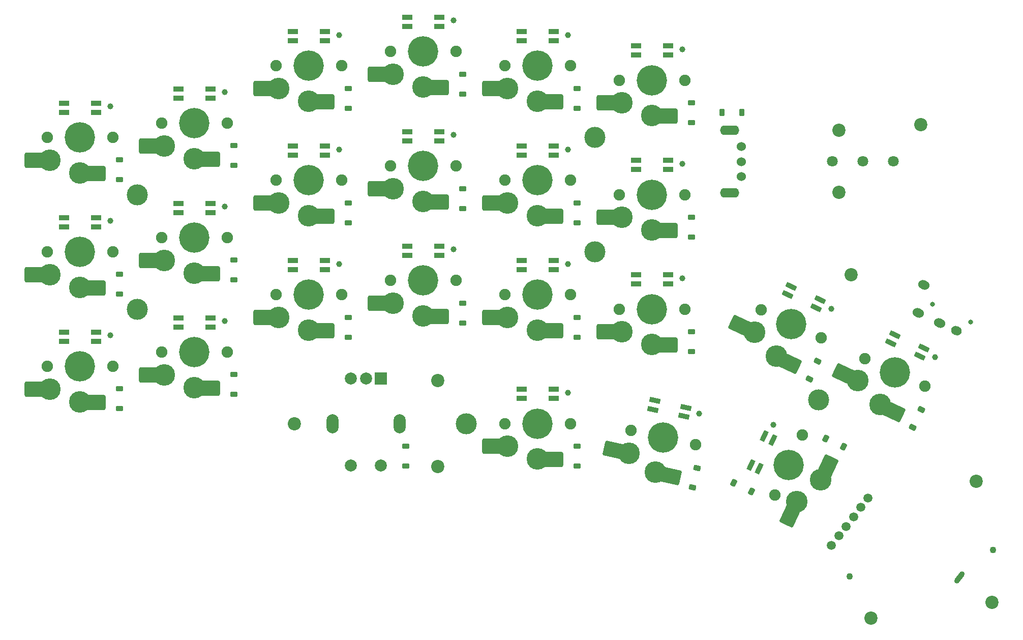
<source format=gbr>
%TF.GenerationSoftware,KiCad,Pcbnew,7.0.5*%
%TF.CreationDate,2024-03-19T12:27:36+08:00*%
%TF.ProjectId,Prime52left,5072696d-6535-4326-9c65-66742e6b6963,rev?*%
%TF.SameCoordinates,Original*%
%TF.FileFunction,Soldermask,Bot*%
%TF.FilePolarity,Negative*%
%FSLAX46Y46*%
G04 Gerber Fmt 4.6, Leading zero omitted, Abs format (unit mm)*
G04 Created by KiCad (PCBNEW 7.0.5) date 2024-03-19 12:27:36*
%MOMM*%
%LPD*%
G01*
G04 APERTURE LIST*
G04 Aperture macros list*
%AMRoundRect*
0 Rectangle with rounded corners*
0 $1 Rounding radius*
0 $2 $3 $4 $5 $6 $7 $8 $9 X,Y pos of 4 corners*
0 Add a 4 corners polygon primitive as box body*
4,1,4,$2,$3,$4,$5,$6,$7,$8,$9,$2,$3,0*
0 Add four circle primitives for the rounded corners*
1,1,$1+$1,$2,$3*
1,1,$1+$1,$4,$5*
1,1,$1+$1,$6,$7*
1,1,$1+$1,$8,$9*
0 Add four rect primitives between the rounded corners*
20,1,$1+$1,$2,$3,$4,$5,0*
20,1,$1+$1,$4,$5,$6,$7,0*
20,1,$1+$1,$6,$7,$8,$9,0*
20,1,$1+$1,$8,$9,$2,$3,0*%
%AMHorizOval*
0 Thick line with rounded ends*
0 $1 width*
0 $2 $3 position (X,Y) of the first rounded end (center of the circle)*
0 $4 $5 position (X,Y) of the second rounded end (center of the circle)*
0 Add line between two ends*
20,1,$1,$2,$3,$4,$5,0*
0 Add two circle primitives to create the rounded ends*
1,1,$1,$2,$3*
1,1,$1,$4,$5*%
%AMRotRect*
0 Rectangle, with rotation*
0 The origin of the aperture is its center*
0 $1 length*
0 $2 width*
0 $3 Rotation angle, in degrees counterclockwise*
0 Add horizontal line*
21,1,$1,$2,0,0,$3*%
G04 Aperture macros list end*
%ADD10C,3.500000*%
%ADD11C,1.900000*%
%ADD12C,1.000000*%
%ADD13C,5.050000*%
%ADD14RoundRect,0.250000X1.940684X0.198422X-1.095447X1.614193X-1.940684X-0.198422X1.095447X-1.614193X0*%
%ADD15C,3.600000*%
%ADD16C,2.200000*%
%ADD17RoundRect,0.250000X1.675000X1.000000X-1.675000X1.000000X-1.675000X-1.000000X1.675000X-1.000000X0*%
%ADD18C,1.800000*%
%ADD19RoundRect,0.250000X-0.198422X1.940684X-1.614193X-1.095447X0.198422X-1.940684X1.614193X1.095447X0*%
%ADD20RoundRect,0.250000X1.851735X0.613760X-1.418856X1.338832X-1.851735X-0.613760X1.418856X-1.338832X0*%
%ADD21O,3.200000X1.600000*%
%ADD22C,1.524000*%
%ADD23O,2.000000X3.200000*%
%ADD24R,2.000000X2.000000*%
%ADD25C,2.000000*%
%ADD26C,1.100000*%
%ADD27HorizOval,0.900000X-0.426133X-0.555347X0.426133X0.555347X0*%
%ADD28C,1.500000*%
%ADD29C,0.800000*%
%ADD30HorizOval,1.500000X-0.181262X0.084524X0.181262X-0.084524X0*%
%ADD31HorizOval,1.500000X-0.135946X0.063393X0.135946X-0.063393X0*%
%ADD32RoundRect,0.225000X-0.375000X0.225000X-0.375000X-0.225000X0.375000X-0.225000X0.375000X0.225000X0*%
%ADD33R,1.800000X0.820000*%
%ADD34RoundRect,0.225000X-0.362401X-0.244776X0.045437X-0.434955X0.362401X0.244776X-0.045437X0.434955X0*%
%ADD35RotRect,1.800000X0.820000X335.000000*%
%ADD36RoundRect,0.225000X-0.317412X0.300831X-0.414810X-0.138502X0.317412X-0.300831X0.414810X0.138502X0*%
%ADD37RotRect,1.800000X0.820000X65.000000*%
%ADD38RoundRect,0.225000X-0.244776X0.362401X-0.434955X-0.045437X0.244776X-0.362401X0.434955X0.045437X0*%
%ADD39RotRect,1.800000X0.820000X347.500000*%
%ADD40RoundRect,0.225000X-0.225000X-0.375000X0.225000X-0.375000X0.225000X0.375000X-0.225000X0.375000X0*%
G04 APERTURE END LIST*
D10*
%TO.C,H7*%
X108339000Y-136520000D03*
%TD*%
D11*
%TO.C,K25*%
X184708000Y-130329000D03*
D12*
X186431330Y-125450206D03*
D13*
X179723307Y-128004600D03*
D11*
X174738614Y-125680200D03*
D14*
X179317421Y-134435600D03*
D15*
X177229859Y-133351816D03*
X173585819Y-129335478D03*
D14*
X171455995Y-128342325D03*
%TD*%
D16*
%TO.C,U1*%
X184079467Y-86803428D03*
X172433798Y-111777645D03*
%TD*%
D11*
%TO.C,K4*%
X68595000Y-86514000D03*
D12*
X68095000Y-81364000D03*
D13*
X63095000Y-86514000D03*
D11*
X57595000Y-86514000D03*
D17*
X65445000Y-92514000D03*
D15*
X63095000Y-92414000D03*
X58095000Y-90314000D03*
D17*
X55745000Y-90314000D03*
%TD*%
D10*
%TO.C,H9*%
X53570000Y-98420000D03*
%TD*%
D11*
%TO.C,K20*%
X144795000Y-98420000D03*
D12*
X144295000Y-93270000D03*
D13*
X139295000Y-98420000D03*
D11*
X133795000Y-98420000D03*
D17*
X141645000Y-104420000D03*
D15*
X139295000Y-104320000D03*
X134295000Y-102220000D03*
D17*
X131945000Y-102220000D03*
%TD*%
D11*
%TO.C,K3*%
X49545000Y-126995000D03*
D12*
X49045000Y-121845000D03*
D13*
X44045000Y-126995000D03*
D11*
X38545000Y-126995000D03*
D17*
X46395000Y-132995000D03*
D15*
X44045000Y-132895000D03*
X39045000Y-130795000D03*
D17*
X36695000Y-130795000D03*
%TD*%
D11*
%TO.C,K10*%
X87645000Y-115089000D03*
D12*
X87145000Y-109939000D03*
D13*
X82145000Y-115089000D03*
D11*
X76645000Y-115089000D03*
D17*
X84495000Y-121089000D03*
D15*
X82145000Y-120989000D03*
X77145000Y-118889000D03*
D17*
X74795000Y-118889000D03*
%TD*%
D16*
%TO.C,H3*%
X103577000Y-143664000D03*
%TD*%
D18*
%TO.C,K23*%
X169340000Y-92895000D03*
X174420000Y-92895000D03*
X179500000Y-92895000D03*
%TD*%
D11*
%TO.C,K24*%
X167443000Y-122278000D03*
D12*
X169166330Y-117399206D03*
D13*
X162458307Y-119953600D03*
D11*
X157473614Y-117629200D03*
D14*
X162052421Y-126384600D03*
D15*
X159964859Y-125300816D03*
X156320819Y-121284478D03*
D14*
X154190995Y-120291325D03*
%TD*%
D11*
%TO.C,K22*%
X164357800Y-138417614D03*
D12*
X159479006Y-136694284D03*
D13*
X162033400Y-143402307D03*
D11*
X159709000Y-148387000D03*
D19*
X168464400Y-143808193D03*
D15*
X167380616Y-145895755D03*
X163364278Y-149539795D03*
D19*
X162371125Y-151669619D03*
%TD*%
D11*
%TO.C,K18*%
X146500772Y-139997692D03*
D12*
X147127288Y-134861548D03*
D13*
X141131144Y-138807274D03*
D11*
X135761516Y-137616856D03*
D20*
X142126802Y-145173683D03*
D15*
X139854150Y-144567420D03*
X135427193Y-141435001D03*
D20*
X133132898Y-140926368D03*
%TD*%
D11*
%TO.C,K12*%
X106695000Y-74607000D03*
D12*
X106195000Y-69457000D03*
D13*
X101195000Y-74607000D03*
D11*
X95695000Y-74607000D03*
D17*
X103545000Y-80607000D03*
D15*
X101195000Y-80507000D03*
X96195000Y-78407000D03*
D17*
X93845000Y-78407000D03*
%TD*%
D10*
%TO.C,H13*%
X167066000Y-132611000D03*
%TD*%
D21*
%TO.C,RE1*%
X152170000Y-87695000D03*
X152170000Y-98095000D03*
D16*
X170395000Y-87720000D03*
X170395000Y-98070000D03*
D22*
X154170000Y-90435000D03*
X154170000Y-95435000D03*
X154170000Y-92935000D03*
%TD*%
D16*
%TO.C,H1*%
X79763000Y-136520000D03*
%TD*%
D11*
%TO.C,K15*%
X125745000Y-76989000D03*
D12*
X125245000Y-71839000D03*
D13*
X120245000Y-76989000D03*
D11*
X114745000Y-76989000D03*
D17*
X122595000Y-82989000D03*
D15*
X120245000Y-82889000D03*
X115245000Y-80789000D03*
D17*
X112895000Y-80789000D03*
%TD*%
D11*
%TO.C,K9*%
X87645000Y-96039000D03*
D12*
X87145000Y-90889000D03*
D13*
X82145000Y-96039000D03*
D11*
X76645000Y-96039000D03*
D17*
X84495000Y-102039000D03*
D15*
X82145000Y-101939000D03*
X77145000Y-99839000D03*
D17*
X74795000Y-99839000D03*
%TD*%
D23*
%TO.C,K7*%
X97270000Y-136520000D03*
X86070000Y-136520000D03*
D24*
X94170000Y-129020000D03*
D25*
X89170000Y-129020000D03*
X91670000Y-129020000D03*
X89170000Y-143520000D03*
X94170000Y-143520000D03*
%TD*%
D11*
%TO.C,K6*%
X68595000Y-124614000D03*
D12*
X68095000Y-119464000D03*
D13*
X63095000Y-124614000D03*
D11*
X57595000Y-124614000D03*
D17*
X65445000Y-130614000D03*
D15*
X63095000Y-130514000D03*
X58095000Y-128414000D03*
D17*
X55745000Y-128414000D03*
%TD*%
D11*
%TO.C,K17*%
X125745000Y-115089000D03*
D12*
X125245000Y-109939000D03*
D13*
X120245000Y-115089000D03*
D11*
X114745000Y-115089000D03*
D17*
X122595000Y-121089000D03*
D15*
X120245000Y-120989000D03*
X115245000Y-118889000D03*
D17*
X112895000Y-118889000D03*
%TD*%
D11*
%TO.C,K21*%
X144795000Y-117470000D03*
D12*
X144295000Y-112320000D03*
D13*
X139295000Y-117470000D03*
D11*
X133795000Y-117470000D03*
D17*
X141645000Y-123470000D03*
D15*
X139295000Y-123370000D03*
X134295000Y-121270000D03*
D17*
X131945000Y-121270000D03*
%TD*%
D11*
%TO.C,K1*%
X49545000Y-88895000D03*
D12*
X49045000Y-83745000D03*
D13*
X44045000Y-88895000D03*
D11*
X38545000Y-88895000D03*
D17*
X46395000Y-94895000D03*
D15*
X44045000Y-94795000D03*
X39045000Y-92695000D03*
D17*
X36695000Y-92695000D03*
%TD*%
D11*
%TO.C,K19*%
X144795000Y-79370000D03*
D12*
X144295000Y-74220000D03*
D13*
X139295000Y-79370000D03*
D11*
X133795000Y-79370000D03*
D17*
X141645000Y-85370000D03*
D15*
X139295000Y-85270000D03*
X134295000Y-83170000D03*
D17*
X131945000Y-83170000D03*
%TD*%
D11*
%TO.C,K16*%
X125745000Y-96039000D03*
D12*
X125245000Y-90889000D03*
D13*
X120245000Y-96039000D03*
D11*
X114745000Y-96039000D03*
D17*
X122595000Y-102039000D03*
D15*
X120245000Y-101939000D03*
X115245000Y-99839000D03*
D17*
X112895000Y-99839000D03*
%TD*%
D11*
%TO.C,K2*%
X49545000Y-107945000D03*
D12*
X49045000Y-102795000D03*
D13*
X44045000Y-107945000D03*
D11*
X38545000Y-107945000D03*
D17*
X46395000Y-113945000D03*
D15*
X44045000Y-113845000D03*
X39045000Y-111745000D03*
D17*
X36695000Y-111745000D03*
%TD*%
D11*
%TO.C,K5*%
X68595000Y-105564000D03*
D12*
X68095000Y-100414000D03*
D13*
X63095000Y-105564000D03*
D11*
X57595000Y-105564000D03*
D17*
X65445000Y-111564000D03*
D15*
X63095000Y-111464000D03*
X58095000Y-109364000D03*
D17*
X55745000Y-109364000D03*
%TD*%
D11*
%TO.C,K13*%
X106695000Y-93657000D03*
D12*
X106195000Y-88507000D03*
D13*
X101195000Y-93657000D03*
D11*
X95695000Y-93657000D03*
D17*
X103545000Y-99657000D03*
D15*
X101195000Y-99557000D03*
X96195000Y-97457000D03*
D17*
X93845000Y-97457000D03*
%TD*%
D11*
%TO.C,K8*%
X87645000Y-76989000D03*
D12*
X87145000Y-71839000D03*
D13*
X82145000Y-76989000D03*
D11*
X76645000Y-76989000D03*
D17*
X84495000Y-82989000D03*
D15*
X82145000Y-82889000D03*
X77145000Y-80789000D03*
D17*
X74795000Y-80789000D03*
%TD*%
D10*
%TO.C,H14*%
X129770000Y-88895000D03*
%TD*%
D16*
%TO.C,K26*%
X195932555Y-166249637D03*
D26*
X196050994Y-157517212D03*
D27*
X190520299Y-162096667D03*
D16*
X175781362Y-168902592D03*
X193279600Y-146098444D03*
D26*
X172210526Y-161975304D03*
D28*
X169177128Y-156811633D03*
X170394651Y-155224927D03*
X171612174Y-153638220D03*
X172829697Y-152051513D03*
X174047220Y-150464807D03*
X175264743Y-148878100D03*
%TD*%
D29*
%TO.C,T1*%
X192359412Y-119659601D03*
X186015257Y-116701273D03*
D30*
X183593143Y-118109592D03*
D31*
X189980800Y-121088205D03*
D30*
X187218374Y-119800065D03*
X184540248Y-113475696D03*
%TD*%
D16*
%TO.C,H2*%
X103577000Y-129376000D03*
%TD*%
D11*
%TO.C,K11*%
X125745000Y-136520000D03*
D12*
X125245000Y-131370000D03*
D13*
X120245000Y-136520000D03*
D11*
X114745000Y-136520000D03*
D17*
X122595000Y-142520000D03*
D15*
X120245000Y-142420000D03*
X115245000Y-140320000D03*
D17*
X112895000Y-140320000D03*
%TD*%
D10*
%TO.C,H10*%
X53570000Y-117470000D03*
%TD*%
D11*
%TO.C,K14*%
X106695000Y-112707000D03*
D12*
X106195000Y-107557000D03*
D13*
X101195000Y-112707000D03*
D11*
X95695000Y-112707000D03*
D17*
X103545000Y-118707000D03*
D15*
X101195000Y-118607000D03*
X96195000Y-116507000D03*
D17*
X93845000Y-116507000D03*
%TD*%
D10*
%TO.C,H15*%
X129770000Y-107945000D03*
%TD*%
D32*
%TO.C,D1*%
X50645000Y-92645000D03*
X50645000Y-95945000D03*
%TD*%
%TO.C,D7*%
X98270000Y-140270000D03*
X98270000Y-143570000D03*
%TD*%
%TO.C,D13*%
X107795000Y-97407000D03*
X107795000Y-100707000D03*
%TD*%
%TO.C,D5*%
X69695000Y-109314000D03*
X69695000Y-112614000D03*
%TD*%
%TO.C,D12*%
X107795000Y-78357000D03*
X107795000Y-81657000D03*
%TD*%
D33*
%TO.C,L6*%
X141945000Y-94240000D03*
X141945000Y-92740000D03*
X136645000Y-92740000D03*
X136645000Y-94240000D03*
%TD*%
%TO.C,L18*%
X65745000Y-120434000D03*
X65745000Y-118934000D03*
X60445000Y-118934000D03*
X60445000Y-120434000D03*
%TD*%
D32*
%TO.C,D4*%
X69695000Y-90264000D03*
X69695000Y-93564000D03*
%TD*%
D34*
%TO.C,D26*%
X168221592Y-139011680D03*
X171212408Y-140406320D03*
%TD*%
D33*
%TO.C,L14*%
X103845000Y-70427000D03*
X103845000Y-68927000D03*
X98545000Y-68927000D03*
X98545000Y-70427000D03*
%TD*%
D32*
%TO.C,D19*%
X145895000Y-83120000D03*
X145895000Y-86420000D03*
%TD*%
D33*
%TO.C,L21*%
X41395000Y-83215000D03*
X41395000Y-84715000D03*
X46695000Y-84715000D03*
X46695000Y-83215000D03*
%TD*%
D32*
%TO.C,D16*%
X126845000Y-99789000D03*
X126845000Y-103089000D03*
%TD*%
D33*
%TO.C,L13*%
X103845000Y-89477000D03*
X103845000Y-87977000D03*
X98545000Y-87977000D03*
X98545000Y-89477000D03*
%TD*%
%TO.C,L12*%
X103845000Y-108527000D03*
X103845000Y-107027000D03*
X98545000Y-107027000D03*
X98545000Y-108527000D03*
%TD*%
D35*
%TO.C,L1*%
X179722248Y-121737331D03*
X179088321Y-123096792D03*
X183891752Y-125336669D03*
X184525679Y-123977208D03*
%TD*%
D32*
%TO.C,D14*%
X107795000Y-116457000D03*
X107795000Y-119757000D03*
%TD*%
D33*
%TO.C,L17*%
X79495000Y-109409000D03*
X79495000Y-110909000D03*
X84795000Y-110909000D03*
X84795000Y-109409000D03*
%TD*%
D32*
%TO.C,D3*%
X50645000Y-130745000D03*
X50645000Y-134045000D03*
%TD*%
%TO.C,D10*%
X88745000Y-118839000D03*
X88745000Y-122139000D03*
%TD*%
D33*
%TO.C,L15*%
X79495000Y-71309000D03*
X79495000Y-72809000D03*
X84795000Y-72809000D03*
X84795000Y-71309000D03*
%TD*%
D36*
%TO.C,D18*%
X146763125Y-143897112D03*
X146048875Y-147118888D03*
%TD*%
D33*
%TO.C,L10*%
X117595000Y-109409000D03*
X117595000Y-110909000D03*
X122895000Y-110909000D03*
X122895000Y-109409000D03*
%TD*%
D32*
%TO.C,D20*%
X145895000Y-102170000D03*
X145895000Y-105470000D03*
%TD*%
%TO.C,D6*%
X69695000Y-128364000D03*
X69695000Y-131664000D03*
%TD*%
D37*
%TO.C,L3*%
X155766131Y-143403366D03*
X157125592Y-144037293D03*
X159365469Y-139233862D03*
X158006008Y-138599935D03*
%TD*%
D33*
%TO.C,L22*%
X41395000Y-102265000D03*
X41395000Y-103765000D03*
X46695000Y-103765000D03*
X46695000Y-102265000D03*
%TD*%
%TO.C,L16*%
X79495000Y-90359000D03*
X79495000Y-91859000D03*
X84795000Y-91859000D03*
X84795000Y-90359000D03*
%TD*%
D38*
%TO.C,D24*%
X166854627Y-126141192D03*
X165459987Y-129132008D03*
%TD*%
D33*
%TO.C,L9*%
X117595000Y-90359000D03*
X117595000Y-91859000D03*
X122895000Y-91859000D03*
X122895000Y-90359000D03*
%TD*%
D34*
%TO.C,D22*%
X152854592Y-146404680D03*
X155845408Y-147799320D03*
%TD*%
D32*
%TO.C,D8*%
X88745000Y-80739000D03*
X88745000Y-84039000D03*
%TD*%
D39*
%TO.C,L4*%
X139773645Y-132688213D03*
X139448986Y-134152657D03*
X144623355Y-135299787D03*
X144948014Y-133835343D03*
%TD*%
D33*
%TO.C,L7*%
X141945000Y-75190000D03*
X141945000Y-73690000D03*
X136645000Y-73690000D03*
X136645000Y-75190000D03*
%TD*%
%TO.C,L5*%
X141945000Y-113290000D03*
X141945000Y-111790000D03*
X136645000Y-111790000D03*
X136645000Y-113290000D03*
%TD*%
D32*
%TO.C,D21*%
X145895000Y-121220000D03*
X145895000Y-124520000D03*
%TD*%
D33*
%TO.C,L23*%
X41395000Y-121315000D03*
X41395000Y-122815000D03*
X46695000Y-122815000D03*
X46695000Y-121315000D03*
%TD*%
D32*
%TO.C,D9*%
X88745000Y-99789000D03*
X88745000Y-103089000D03*
%TD*%
%TO.C,D15*%
X126845000Y-80739000D03*
X126845000Y-84039000D03*
%TD*%
D33*
%TO.C,L19*%
X65745000Y-101384000D03*
X65745000Y-99884000D03*
X60445000Y-99884000D03*
X60445000Y-101384000D03*
%TD*%
D38*
%TO.C,D25*%
X184119627Y-134192192D03*
X182724987Y-137183008D03*
%TD*%
D32*
%TO.C,D17*%
X126845000Y-118839000D03*
X126845000Y-122139000D03*
%TD*%
D40*
%TO.C,D23*%
X150970000Y-84770000D03*
X154270000Y-84770000D03*
%TD*%
D33*
%TO.C,L11*%
X117595000Y-130840000D03*
X117595000Y-132340000D03*
X122895000Y-132340000D03*
X122895000Y-130840000D03*
%TD*%
D32*
%TO.C,D2*%
X50645000Y-111695000D03*
X50645000Y-114995000D03*
%TD*%
%TO.C,D11*%
X126845000Y-140270000D03*
X126845000Y-143570000D03*
%TD*%
D35*
%TO.C,L2*%
X162457248Y-113686331D03*
X161823321Y-115045792D03*
X166626752Y-117285669D03*
X167260679Y-115926208D03*
%TD*%
D33*
%TO.C,L20*%
X65745000Y-82334000D03*
X65745000Y-80834000D03*
X60445000Y-80834000D03*
X60445000Y-82334000D03*
%TD*%
%TO.C,L8*%
X117595000Y-71309000D03*
X117595000Y-72809000D03*
X122895000Y-72809000D03*
X122895000Y-71309000D03*
%TD*%
M02*

</source>
